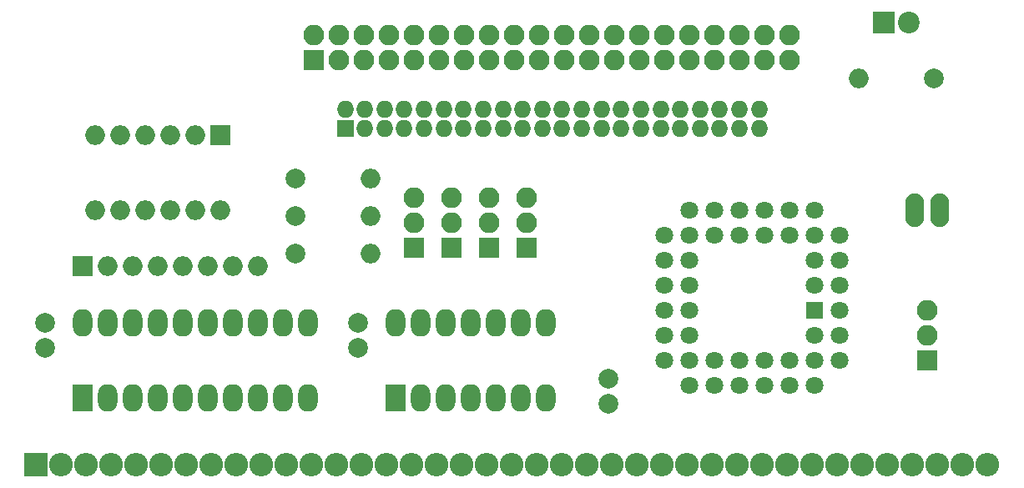
<source format=gbs>
G04 #@! TF.FileFunction,Soldermask,Bot*
%FSLAX46Y46*%
G04 Gerber Fmt 4.6, Leading zero omitted, Abs format (unit mm)*
G04 Created by KiCad (PCBNEW 4.0.7) date Tue Sep 26 02:04:38 2017*
%MOMM*%
%LPD*%
G01*
G04 APERTURE LIST*
%ADD10C,0.100000*%
%ADD11R,2.100000X2.100000*%
%ADD12O,2.100000X2.100000*%
%ADD13O,1.910000X3.410000*%
%ADD14R,2.000000X2.800000*%
%ADD15O,2.000000X2.800000*%
%ADD16C,2.000000*%
%ADD17R,2.400000X2.400000*%
%ADD18O,2.400000X2.400000*%
%ADD19R,1.797000X1.797000*%
%ADD20C,1.797000*%
%ADD21O,2.000000X2.000000*%
%ADD22R,1.750000X1.750000*%
%ADD23O,1.750000X1.750000*%
%ADD24R,2.000000X2.000000*%
%ADD25R,2.200000X2.200000*%
%ADD26C,2.200000*%
G04 APERTURE END LIST*
D10*
D11*
X90170000Y-121920000D03*
D12*
X90170000Y-119380000D03*
X92710000Y-121920000D03*
X92710000Y-119380000D03*
X95250000Y-121920000D03*
X95250000Y-119380000D03*
X97790000Y-121920000D03*
X97790000Y-119380000D03*
X100330000Y-121920000D03*
X100330000Y-119380000D03*
X102870000Y-121920000D03*
X102870000Y-119380000D03*
X105410000Y-121920000D03*
X105410000Y-119380000D03*
X107950000Y-121920000D03*
X107950000Y-119380000D03*
X110490000Y-121920000D03*
X110490000Y-119380000D03*
X113030000Y-121920000D03*
X113030000Y-119380000D03*
X115570000Y-121920000D03*
X115570000Y-119380000D03*
X118110000Y-121920000D03*
X118110000Y-119380000D03*
X120650000Y-121920000D03*
X120650000Y-119380000D03*
X123190000Y-121920000D03*
X123190000Y-119380000D03*
X125730000Y-121920000D03*
X125730000Y-119380000D03*
X128270000Y-121920000D03*
X128270000Y-119380000D03*
X130810000Y-121920000D03*
X130810000Y-119380000D03*
X133350000Y-121920000D03*
X133350000Y-119380000D03*
X135890000Y-121920000D03*
X135890000Y-119380000D03*
X138430000Y-121920000D03*
X138430000Y-119380000D03*
D13*
X151130000Y-137160000D03*
X153670000Y-137160000D03*
D11*
X152400000Y-152400000D03*
D12*
X152400000Y-149860000D03*
X152400000Y-147320000D03*
D14*
X98425000Y-156210000D03*
D15*
X113665000Y-148590000D03*
X100965000Y-156210000D03*
X111125000Y-148590000D03*
X103505000Y-156210000D03*
X108585000Y-148590000D03*
X106045000Y-156210000D03*
X106045000Y-148590000D03*
X108585000Y-156210000D03*
X103505000Y-148590000D03*
X111125000Y-156210000D03*
X100965000Y-148590000D03*
X113665000Y-156210000D03*
X98425000Y-148590000D03*
D16*
X120015000Y-154305000D03*
X120015000Y-156805000D03*
D14*
X66675000Y-156210000D03*
D15*
X89535000Y-148590000D03*
X69215000Y-156210000D03*
X86995000Y-148590000D03*
X71755000Y-156210000D03*
X84455000Y-148590000D03*
X74295000Y-156210000D03*
X81915000Y-148590000D03*
X76835000Y-156210000D03*
X79375000Y-148590000D03*
X79375000Y-156210000D03*
X76835000Y-148590000D03*
X81915000Y-156210000D03*
X74295000Y-148590000D03*
X84455000Y-156210000D03*
X71755000Y-148590000D03*
X86995000Y-156210000D03*
X69215000Y-148590000D03*
X89535000Y-156210000D03*
X66675000Y-148590000D03*
D17*
X62000000Y-163000000D03*
D18*
X64540000Y-163000000D03*
X67080000Y-163000000D03*
X69620000Y-163000000D03*
X72160000Y-163000000D03*
X74700000Y-163000000D03*
X77240000Y-163000000D03*
X79780000Y-163000000D03*
X82320000Y-163000000D03*
X84860000Y-163000000D03*
X87400000Y-163000000D03*
X89940000Y-163000000D03*
X92480000Y-163000000D03*
X95020000Y-163000000D03*
X97560000Y-163000000D03*
X100100000Y-163000000D03*
X102640000Y-163000000D03*
X105180000Y-163000000D03*
X107720000Y-163000000D03*
X110260000Y-163000000D03*
X112800000Y-163000000D03*
X115340000Y-163000000D03*
X117880000Y-163000000D03*
X120420000Y-163000000D03*
X122960000Y-163000000D03*
X125500000Y-163000000D03*
X128040000Y-163000000D03*
X130580000Y-163000000D03*
X133120000Y-163000000D03*
X135660000Y-163000000D03*
X138200000Y-163000000D03*
X140740000Y-163000000D03*
X143280000Y-163000000D03*
X145820000Y-163000000D03*
X148360000Y-163000000D03*
X150900000Y-163000000D03*
X153440000Y-163000000D03*
X155980000Y-163000000D03*
X158520000Y-163000000D03*
D19*
X140970000Y-147320000D03*
D20*
X143510000Y-144780000D03*
X140970000Y-144780000D03*
X143510000Y-142240000D03*
X140970000Y-142240000D03*
X143510000Y-139700000D03*
X140970000Y-137160000D03*
X140970000Y-139700000D03*
X138430000Y-137160000D03*
X138430000Y-139700000D03*
X135890000Y-137160000D03*
X135890000Y-139700000D03*
X133350000Y-137160000D03*
X133350000Y-139700000D03*
X130810000Y-137160000D03*
X130810000Y-139700000D03*
X128270000Y-137160000D03*
X125730000Y-139700000D03*
X128270000Y-139700000D03*
X125730000Y-142240000D03*
X128270000Y-142240000D03*
X125730000Y-144780000D03*
X128270000Y-144780000D03*
X125730000Y-147320000D03*
X128270000Y-147320000D03*
X125730000Y-149860000D03*
X128270000Y-149860000D03*
X125730000Y-152400000D03*
X128270000Y-154940000D03*
X128270000Y-152400000D03*
X130810000Y-154940000D03*
X130810000Y-152400000D03*
X133350000Y-154940000D03*
X133350000Y-152400000D03*
X135890000Y-154940000D03*
X135890000Y-152400000D03*
X138430000Y-154940000D03*
X138430000Y-152400000D03*
X140970000Y-154940000D03*
X143510000Y-152400000D03*
X140970000Y-152400000D03*
X143510000Y-149860000D03*
X140970000Y-149860000D03*
X143510000Y-147320000D03*
D16*
X153035000Y-123825000D03*
D21*
X145415000Y-123825000D03*
D22*
X93345000Y-128905000D03*
D23*
X93345000Y-126905000D03*
X95345000Y-128905000D03*
X95345000Y-126905000D03*
X97345000Y-128905000D03*
X97345000Y-126905000D03*
X99345000Y-128905000D03*
X99345000Y-126905000D03*
X101345000Y-128905000D03*
X101345000Y-126905000D03*
X103345000Y-128905000D03*
X103345000Y-126905000D03*
X105345000Y-128905000D03*
X105345000Y-126905000D03*
X107345000Y-128905000D03*
X107345000Y-126905000D03*
X109345000Y-128905000D03*
X109345000Y-126905000D03*
X111345000Y-128905000D03*
X111345000Y-126905000D03*
X113345000Y-128905000D03*
X113345000Y-126905000D03*
X115345000Y-128905000D03*
X115345000Y-126905000D03*
X117345000Y-128905000D03*
X117345000Y-126905000D03*
X119345000Y-128905000D03*
X119345000Y-126905000D03*
X121345000Y-128905000D03*
X121345000Y-126905000D03*
X123345000Y-128905000D03*
X123345000Y-126905000D03*
X125345000Y-128905000D03*
X125345000Y-126905000D03*
X127345000Y-128905000D03*
X127345000Y-126905000D03*
X129345000Y-128905000D03*
X129345000Y-126905000D03*
X131345000Y-128905000D03*
X131345000Y-126905000D03*
X133345000Y-128905000D03*
X133345000Y-126905000D03*
X135345000Y-128905000D03*
X135345000Y-126905000D03*
D24*
X80645000Y-129540000D03*
D21*
X67945000Y-137160000D03*
X78105000Y-129540000D03*
X70485000Y-137160000D03*
X75565000Y-129540000D03*
X73025000Y-137160000D03*
X73025000Y-129540000D03*
X75565000Y-137160000D03*
X70485000Y-129540000D03*
X78105000Y-137160000D03*
X67945000Y-129540000D03*
X80645000Y-137160000D03*
D16*
X62865000Y-151130000D03*
X62865000Y-148630000D03*
X94615000Y-151130000D03*
X94615000Y-148630000D03*
D25*
X147955000Y-118110000D03*
D26*
X150495000Y-118110000D03*
D11*
X111760000Y-140970000D03*
D12*
X111760000Y-138430000D03*
X111760000Y-135890000D03*
D11*
X107950000Y-140970000D03*
D12*
X107950000Y-138430000D03*
X107950000Y-135890000D03*
D11*
X104140000Y-140970000D03*
D12*
X104140000Y-138430000D03*
X104140000Y-135890000D03*
D11*
X100330000Y-140970000D03*
D12*
X100330000Y-138430000D03*
X100330000Y-135890000D03*
D24*
X66675000Y-142875000D03*
D21*
X69215000Y-142875000D03*
X71755000Y-142875000D03*
X74295000Y-142875000D03*
X76835000Y-142875000D03*
X79375000Y-142875000D03*
X81915000Y-142875000D03*
X84455000Y-142875000D03*
D16*
X88265000Y-133985000D03*
D21*
X95885000Y-133985000D03*
D16*
X88265000Y-137795000D03*
D21*
X95885000Y-137795000D03*
D16*
X88265000Y-141605000D03*
D21*
X95885000Y-141605000D03*
M02*

</source>
